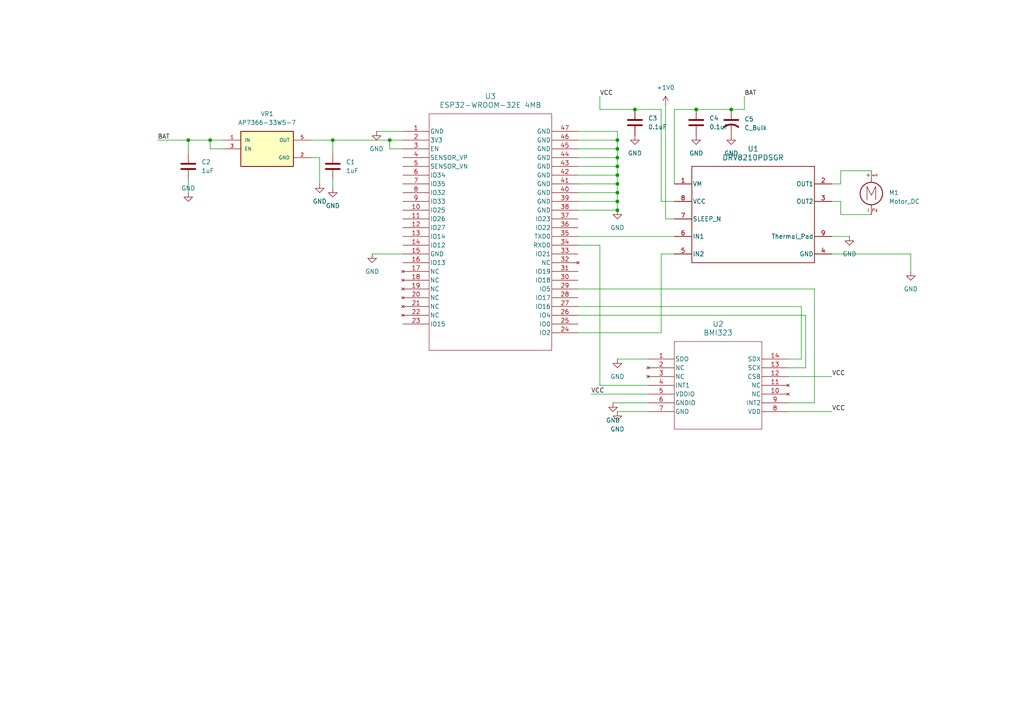
<source format=kicad_sch>
(kicad_sch (version 20250114) (generator "eeschema") (generator_version "9.0")
  (paper "A4")
  (lib_symbols
    (symbol "2025-09-23_20-21-05:DRV8210PDSGR" (pin_names (offset 0.254))
      (property "Reference" "U" (at -22.86 10.16 0))
      (property "Value" "DRV8210PDSGR" (at -22.86 7.62 0))
      (symbol "DRV8210PDSGR_0_1"
        (polyline (pts (xy -17.78 12.7) (xy -17.78 -15.24)) (stroke (width 0.2032)))
        (polyline (pts (xy -17.78 -15.24) (xy 17.78 -15.24)) (stroke (width 0.2032)))
        (polyline (pts (xy 17.78 12.7) (xy -17.78 12.7)) (stroke (width 0.2032)))
        (polyline (pts (xy 17.78 -15.24) (xy 17.78 12.7)) (stroke (width 0.2032)))
        (pin power_in line (at -22.86 7.62 0) (length 5.08) (name "VM") (number "1"))
        (pin power_in line (at -22.86 2.54 0) (length 5.08) (name "VCC") (number "8"))
        (pin input line (at -22.86 -2.54 0) (length 5.08) (name "SLEEP_N") (number "7"))
        (pin input line (at -22.86 -7.62 0) (length 5.08) (name "IN1") (number "6"))
        (pin input line (at -22.86 -12.7 0) (length 5.08) (name "IN2") (number "5"))
        (pin output line (at 22.86 7.62 180) (length 5.08) (name "OUT1") (number "2"))
        (pin output line (at 22.86 2.54 180) (length 5.08) (name "OUT2") (number "3"))
        (pin power_in line (at 22.86 -7.62 180) (length 5.08) (name "Thermal_Pad") (number "9"))
        (pin power_in line (at 22.86 -12.7 180) (length 5.08) (name "GND") (number "4"))
      )
    )
    (symbol "2025-09-26_21-40-56:ESP32-WROOM-32E_4MB" (pin_names (offset 0.254))
      (property "Reference" "U" (at 0 36.83 0))
      (property "Value" "ESP32-WROOM-32E 4MB" (at 0 34.29 0))
      (symbol "ESP32-WROOM-32E_4MB_0_1"
        (polyline (pts (xy -17.78 31.75) (xy -17.78 -36.83)) (stroke (width 0.127)))
        (polyline (pts (xy -17.78 -36.83) (xy 17.78 -36.83)) (stroke (width 0.127)))
        (polyline (pts (xy 17.78 31.75) (xy -17.78 31.75)) (stroke (width 0.127)))
        (polyline (pts (xy 17.78 -36.83) (xy 17.78 31.75)) (stroke (width 0.127)))
        (pin power_out line (at -25.4 26.67 0) (length 7.62) (name "GND") (number "1"))
        (pin power_in line (at -25.4 24.13 0) (length 7.62) (name "3V3") (number "2"))
        (pin input line (at -25.4 21.59 0) (length 7.62) (name "EN") (number "3"))
        (pin input line (at -25.4 19.05 0) (length 7.62) (name "SENSOR_VP") (number "4"))
        (pin input line (at -25.4 16.51 0) (length 7.62) (name "SENSOR_VN") (number "5"))
        (pin input line (at -25.4 13.97 0) (length 7.62) (name "IO34") (number "6"))
        (pin input line (at -25.4 11.43 0) (length 7.62) (name "IO35") (number "7"))
        (pin bidirectional line (at -25.4 8.89 0) (length 7.62) (name "IO32") (number "8"))
        (pin bidirectional line (at -25.4 6.35 0) (length 7.62) (name "IO33") (number "9"))
        (pin bidirectional line (at -25.4 3.81 0) (length 7.62) (name "IO25") (number "10"))
        (pin bidirectional line (at -25.4 1.27 0) (length 7.62) (name "IO26") (number "11"))
        (pin bidirectional line (at -25.4 -1.27 0) (length 7.62) (name "IO27") (number "12"))
        (pin bidirectional line (at -25.4 -3.81 0) (length 7.62) (name "IO14") (number "13"))
        (pin bidirectional line (at -25.4 -6.35 0) (length 7.62) (name "IO12") (number "14"))
        (pin power_out line (at -25.4 -8.89 0) (length 7.62) (name "GND") (number "15"))
        (pin bidirectional line (at -25.4 -11.43 0) (length 7.62) (name "IO13") (number "16"))
        (pin no_connect line (at -25.4 -13.97 0) (length 7.62) (name "NC") (number "17"))
        (pin no_connect line (at -25.4 -16.51 0) (length 7.62) (name "NC") (number "18"))
        (pin no_connect line (at -25.4 -19.05 0) (length 7.62) (name "NC") (number "19"))
        (pin no_connect line (at -25.4 -21.59 0) (length 7.62) (name "NC") (number "20"))
        (pin no_connect line (at -25.4 -24.13 0) (length 7.62) (name "NC") (number "21"))
        (pin no_connect line (at -25.4 -26.67 0) (length 7.62) (name "NC") (number "22"))
        (pin bidirectional line (at -25.4 -29.21 0) (length 7.62) (name "IO15") (number "23"))
        (pin power_out line (at 25.4 26.67 180) (length 7.62) (name "GND") (number "47"))
        (pin power_out line (at 25.4 24.13 180) (length 7.62) (name "GND") (number "46"))
        (pin power_out line (at 25.4 21.59 180) (length 7.62) (name "GND") (number "45"))
        (pin power_out line (at 25.4 19.05 180) (length 7.62) (name "GND") (number "44"))
        (pin power_out line (at 25.4 16.51 180) (length 7.62) (name "GND") (number "43"))
        (pin power_out line (at 25.4 13.97 180) (length 7.62) (name "GND") (number "42"))
        (pin power_out line (at 25.4 11.43 180) (length 7.62) (name "GND") (number "41"))
        (pin power_out line (at 25.4 8.89 180) (length 7.62) (name "GND") (number "40"))
        (pin power_out line (at 25.4 6.35 180) (length 7.62) (name "GND") (number "39"))
        (pin power_out line (at 25.4 3.81 180) (length 7.62) (name "GND") (number "38"))
        (pin bidirectional line (at 25.4 1.27 180) (length 7.62) (name "IO23") (number "37"))
        (pin bidirectional line (at 25.4 -1.27 180) (length 7.62) (name "IO22") (number "36"))
        (pin bidirectional line (at 25.4 -3.81 180) (length 7.62) (name "TXD0") (number "35"))
        (pin bidirectional line (at 25.4 -6.35 180) (length 7.62) (name "RXD0") (number "34"))
        (pin bidirectional line (at 25.4 -8.89 180) (length 7.62) (name "IO21") (number "33"))
        (pin no_connect line (at 25.4 -11.43 180) (length 7.62) (name "NC") (number "32"))
        (pin bidirectional line (at 25.4 -13.97 180) (length 7.62) (name "IO19") (number "31"))
        (pin bidirectional line (at 25.4 -16.51 180) (length 7.62) (name "IO18") (number "30"))
        (pin bidirectional line (at 25.4 -19.05 180) (length 7.62) (name "IO5") (number "29"))
        (pin bidirectional line (at 25.4 -21.59 180) (length 7.62) (name "IO17") (number "28"))
        (pin bidirectional line (at 25.4 -24.13 180) (length 7.62) (name "IO16") (number "27"))
        (pin bidirectional line (at 25.4 -26.67 180) (length 7.62) (name "IO4") (number "26"))
        (pin bidirectional line (at 25.4 -29.21 180) (length 7.62) (name "IO0") (number "25"))
        (pin bidirectional line (at 25.4 -31.75 180) (length 7.62) (name "IO2") (number "24"))
      )
    )
    (symbol "AP7366-33W5-7:AP7366-33W5-7" (pin_names (offset 1.016))
      (property "Reference" "VR" (at -7.62 6.35 0))
      (property "Value" "AP7366-33W5-7" (at -7.62 -6.35 0))
      (symbol "AP7366-33W5-7_0_0"
        (rectangle (start -7.62 -5.08) (end 7.62 5.08) (stroke (width 0.254)) (fill (type background)))
        (pin input line (at -12.7 2.54 0) (length 5.08) (name "IN") (number "1"))
        (pin input line (at -12.7 0 0) (length 5.08) (name "EN") (number "3"))
        (pin output line (at 12.7 2.54 180) (length 5.08) (name "OUT") (number "5"))
        (pin power_in line (at 12.7 -2.54 180) (length 5.08) (name "GND") (number "2"))
      )
    )
    (symbol "BMI323:BMI323" (pin_names (offset 0.254))
      (property "Reference" "U" (at 0 17.78 0))
      (property "Value" "BMI323" (at 0 15.24 0))
      (symbol "BMI323_0_1"
        (polyline (pts (xy -12.7 12.7) (xy -12.7 -12.7)) (stroke (width 0.127)))
        (polyline (pts (xy -12.7 -12.7) (xy 12.7 -12.7)) (stroke (width 0.127)))
        (polyline (pts (xy 12.7 12.7) (xy -12.7 12.7)) (stroke (width 0.127)))
        (polyline (pts (xy 12.7 -12.7) (xy 12.7 12.7)) (stroke (width 0.127)))
        (pin bidirectional line (at -20.32 7.62 0) (length 7.62) (name "SDO") (number "1"))
        (pin no_connect line (at -20.32 5.08 0) (length 7.62) (name "NC") (number "2"))
        (pin no_connect line (at -20.32 2.54 0) (length 7.62) (name "NC") (number "3"))
        (pin bidirectional line (at -20.32 0 0) (length 7.62) (name "INT1") (number "4"))
        (pin power_in line (at -20.32 -2.54 0) (length 7.62) (name "VDDIO") (number "5"))
        (pin power_out line (at -20.32 -5.08 0) (length 7.62) (name "GNDIO") (number "6"))
        (pin power_out line (at -20.32 -7.62 0) (length 7.62) (name "GND") (number "7"))
        (pin bidirectional line (at 20.32 7.62 180) (length 7.62) (name "SDX") (number "14"))
        (pin input line (at 20.32 5.08 180) (length 7.62) (name "SCX") (number "13"))
        (pin input line (at 20.32 2.54 180) (length 7.62) (name "CSB") (number "12"))
        (pin no_connect line (at 20.32 0 180) (length 7.62) (name "NC") (number "11"))
        (pin no_connect line (at 20.32 -2.54 180) (length 7.62) (name "NC") (number "10"))
        (pin bidirectional line (at 20.32 -5.08 180) (length 7.62) (name "INT2") (number "9"))
        (pin power_in line (at 20.32 -7.62 180) (length 7.62) (name "VDD") (number "8"))
      )
    )
    (symbol "Device:C" (pin_numbers (hide yes)) (pin_names (offset 0.254))
      (property "Reference" "C" (at 0.635 2.54 0))
      (property "Value" "C" (at 0.635 -2.54 0))
      (symbol "C_0_1"
        (polyline (pts (xy -2.032 0.762) (xy 2.032 0.762)) (stroke (width 0.508)))
        (polyline (pts (xy -2.032 -0.762) (xy 2.032 -0.762)) (stroke (width 0.508)))
      )
      (symbol "C_1_1"
        (pin passive line (at 0 3.81 270) (length 2.794) (name "~") (number "1"))
        (pin passive line (at 0 -3.81 90) (length 2.794) (name "~") (number "2"))
      )
    )
    (symbol "Device:C_US" (pin_numbers (hide yes)) (pin_names (offset 0.254) (hide yes))
      (property "Reference" "C" (at 0.635 2.54 0))
      (property "Value" "C_US" (at 0.635 -2.54 0))
      (symbol "C_US_0_1"
        (polyline (pts (xy -2.032 0.762) (xy 2.032 0.762)) (stroke (width 0.508)))
        (arc (start -2.032 -1.27) (mid 0 -0.5572) (end 2.032 -1.27) (stroke (width 0.508)))
      )
      (symbol "C_US_1_1"
        (pin passive line (at 0 3.81 270) (length 2.794) (name "~") (number "1"))
        (pin passive line (at 0 -3.81 90) (length 3.302) (name "~") (number "2"))
      )
    )
    (symbol "Motor:Motor_DC" (pin_names (offset 0))
      (property "Reference" "M" (at 2.54 2.54 0))
      (property "Value" "Motor_DC" (at 2.54 -5.08 0))
      (symbol "Motor_DC_0_0"
        (polyline (pts (xy -1.27 -3.302) (xy -1.27 0.508) (xy 0 -2.032) (xy 1.27 0.508) (xy 1.27 -3.302)))
      )
      (symbol "Motor_DC_0_1"
        (polyline (pts (xy 0 2.032) (xy 0 2.54)))
        (polyline (pts (xy 0 1.7272) (xy 0 2.0828)))
        (circle (center 0 -1.524) (radius 3.2512) (stroke (width 0.254)))
        (polyline (pts (xy 0 -4.7752) (xy 0 -5.1816)))
        (polyline (pts (xy 0 -7.62) (xy 0 -7.112)))
      )
      (symbol "Motor_DC_1_1"
        (pin passive line (at 0 5.08 270) (length 2.54) (name "+") (number "1"))
        (pin passive line (at 0 -7.62 90) (length 2.54) (name "-") (number "2"))
      )
    )
    (symbol "power:+1V0" (power) (pin_numbers (hide yes)) (pin_names (offset 0) (hide yes))
      (property "Value" "+1V0" (at 0 3.556 0))
      (symbol "+1V0_0_1"
        (polyline (pts (xy -0.762 1.27) (xy 0 2.54)))
        (polyline (pts (xy 0 2.54) (xy 0.762 1.27)))
        (polyline (pts (xy 0 0) (xy 0 2.54)))
      )
      (symbol "+1V0_1_1"
        (pin power_in line (at 0 0 90) (length 0) (name "~") (number "1"))
      )
    )
    (symbol "power:GND" (power) (pin_numbers (hide yes)) (pin_names (offset 0) (hide yes))
      (property "Value" "GND" (at 0 -3.81 0))
      (symbol "GND_0_1"
        (polyline (pts (xy 0 0) (xy 0 -1.27) (xy 1.27 -1.27) (xy 0 -2.54) (xy -1.27 -1.27) (xy 0 -1.27)))
      )
      (symbol "GND_1_1"
        (pin power_in line (at 0 0 270) (length 0) (name "~") (number "1"))
      )
    )
  )
  (junction (at 179.07 58.42))
  (junction (at 179.07 48.26))
  (junction (at 179.07 45.72))
  (junction (at 179.07 43.18))
  (junction (at 179.07 40.64))
  (junction (at 179.07 53.34))
  (junction (at 60.96 40.64))
  (junction (at 179.07 55.88))
  (junction (at 54.61 40.64))
  (junction (at 201.93 31.75))
  (junction (at 96.52 40.64))
  (junction (at 179.07 60.96))
  (junction (at 113.03 40.64))
  (junction (at 184.15 31.75))
  (junction (at 212.09 31.75))
  (junction (at 179.07 50.8))
  (wire (pts (xy 173.99 71.12) (xy 173.99 111.76)))
  (wire (pts (xy 179.07 45.72) (xy 179.07 48.26)))
  (wire (pts (xy 92.71 53.34) (xy 92.71 45.72)))
  (wire (pts (xy 167.64 91.44) (xy 233.68 91.44)))
  (wire (pts (xy 191.77 58.42) (xy 195.58 58.42)))
  (wire (pts (xy 212.09 31.75) (xy 215.9 31.75)))
  (wire (pts (xy 167.64 83.82) (xy 236.22 83.82)))
  (wire (pts (xy 177.8 116.84) (xy 187.96 116.84)))
  (wire (pts (xy 167.64 55.88) (xy 179.07 55.88)))
  (wire (pts (xy 228.6 119.38) (xy 241.3 119.38)))
  (wire (pts (xy 241.3 53.34) (xy 243.84 53.34)))
  (wire (pts (xy 90.17 45.72) (xy 92.71 45.72)))
  (wire (pts (xy 173.99 31.75) (xy 184.15 31.75)))
  (wire (pts (xy 228.6 109.22) (xy 241.3 109.22)))
  (wire (pts (xy 179.07 38.1) (xy 179.07 40.64)))
  (wire (pts (xy 167.64 50.8) (xy 179.07 50.8)))
  (wire (pts (xy 243.84 62.23) (xy 252.73 62.23)))
  (wire (pts (xy 232.41 104.14) (xy 228.6 104.14)))
  (wire (pts (xy 243.84 58.42) (xy 243.84 62.23)))
  (wire (pts (xy 179.07 43.18) (xy 179.07 45.72)))
  (wire (pts (xy 179.07 58.42) (xy 179.07 60.96)))
  (wire (pts (xy 236.22 116.84) (xy 228.6 116.84)))
  (wire (pts (xy 54.61 40.64) (xy 54.61 44.45)))
  (wire (pts (xy 215.9 27.94) (xy 215.9 31.75)))
  (wire (pts (xy 167.64 68.58) (xy 195.58 68.58)))
  (wire (pts (xy 109.22 38.1) (xy 116.84 38.1)))
  (wire (pts (xy 167.64 88.9) (xy 232.41 88.9)))
  (wire (pts (xy 113.03 43.18) (xy 116.84 43.18)))
  (wire (pts (xy 264.16 73.66) (xy 264.16 78.74)))
  (wire (pts (xy 96.52 40.64) (xy 96.52 44.45)))
  (wire (pts (xy 54.61 52.07) (xy 54.61 55.88)))
  (wire (pts (xy 171.45 114.3) (xy 187.96 114.3)))
  (wire (pts (xy 96.52 52.07) (xy 96.52 54.61)))
  (wire (pts (xy 179.07 48.26) (xy 179.07 50.8)))
  (wire (pts (xy 90.17 40.64) (xy 96.52 40.64)))
  (wire (pts (xy 179.07 40.64) (xy 179.07 43.18)))
  (wire (pts (xy 195.58 31.75) (xy 201.93 31.75)))
  (wire (pts (xy 45.72 40.64) (xy 54.61 40.64)))
  (wire (pts (xy 243.84 53.34) (xy 243.84 49.53)))
  (wire (pts (xy 179.07 50.8) (xy 179.07 53.34)))
  (wire (pts (xy 60.96 40.64) (xy 64.77 40.64)))
  (wire (pts (xy 232.41 104.14) (xy 232.41 88.9)))
  (wire (pts (xy 193.04 30.48) (xy 193.04 63.5)))
  (wire (pts (xy 60.96 40.64) (xy 60.96 43.18)))
  (wire (pts (xy 233.68 106.68) (xy 228.6 106.68)))
  (wire (pts (xy 60.96 43.18) (xy 64.77 43.18)))
  (wire (pts (xy 236.22 83.82) (xy 236.22 116.84)))
  (wire (pts (xy 113.03 40.64) (xy 116.84 40.64)))
  (wire (pts (xy 173.99 27.94) (xy 173.99 31.75)))
  (wire (pts (xy 167.64 38.1) (xy 179.07 38.1)))
  (wire (pts (xy 113.03 40.64) (xy 113.03 43.18)))
  (wire (pts (xy 179.07 104.14) (xy 187.96 104.14)))
  (wire (pts (xy 96.52 40.64) (xy 113.03 40.64)))
  (wire (pts (xy 167.64 45.72) (xy 179.07 45.72)))
  (wire (pts (xy 241.3 73.66) (xy 264.16 73.66)))
  (wire (pts (xy 195.58 53.34) (xy 195.58 31.75)))
  (wire (pts (xy 54.61 40.64) (xy 60.96 40.64)))
  (wire (pts (xy 167.64 58.42) (xy 179.07 58.42)))
  (wire (pts (xy 173.99 111.76) (xy 187.96 111.76)))
  (wire (pts (xy 167.64 60.96) (xy 179.07 60.96)))
  (wire (pts (xy 167.64 96.52) (xy 191.77 96.52)))
  (wire (pts (xy 167.64 48.26) (xy 179.07 48.26)))
  (wire (pts (xy 107.95 73.66) (xy 116.84 73.66)))
  (wire (pts (xy 191.77 31.75) (xy 191.77 58.42)))
  (wire (pts (xy 167.64 71.12) (xy 173.99 71.12)))
  (wire (pts (xy 233.68 106.68) (xy 233.68 91.44)))
  (wire (pts (xy 191.77 73.66) (xy 195.58 73.66)))
  (wire (pts (xy 193.04 63.5) (xy 195.58 63.5)))
  (wire (pts (xy 179.07 53.34) (xy 179.07 55.88)))
  (wire (pts (xy 179.07 119.38) (xy 187.96 119.38)))
  (wire (pts (xy 167.64 43.18) (xy 179.07 43.18)))
  (wire (pts (xy 167.64 53.34) (xy 179.07 53.34)))
  (wire (pts (xy 241.3 58.42) (xy 243.84 58.42)))
  (wire (pts (xy 243.84 49.53) (xy 252.73 49.53)))
  (wire (pts (xy 184.15 31.75) (xy 191.77 31.75)))
  (wire (pts (xy 241.3 68.58) (xy 246.38 68.58)))
  (wire (pts (xy 201.93 31.75) (xy 212.09 31.75)))
  (wire (pts (xy 179.07 55.88) (xy 179.07 58.42)))
  (wire (pts (xy 191.77 96.52) (xy 191.77 73.66)))
  (wire (pts (xy 167.64 40.64) (xy 179.07 40.64)))
  (label "VCC" (at 241.3 109.22 0))
  (label "BAT" (at 45.72 40.64 0))
  (label "BAT" (at 215.9 27.94 0))
  (label "VCC" (at 241.3 119.38 0))
  (label "VCC" (at 171.45 114.3 0))
  (label "VCC" (at 173.99 27.94 0))
  (symbol (lib_id "power:GND") (at 107.95 73.66 0) (unit 1)
    (property "Reference" "#PWR015" (effects (hide yes)))
    (property "Value" "GND" (at 107.95 78.74 0))
    (property "Description" "Power symbol creates a global label with name \"GND\" , ground" (effects (hide yes)))
  )
  (symbol (lib_id "BMI323:BMI323") (at 208.28 111.76 0) (unit 1)
    (property "Reference" "U2" (at 208.28 93.98 0) (effects (font (size 1.524 1.524))))
    (property "Value" "BMI323" (at 208.28 96.52 0) (effects (font (size 1.524 1.524))))
    (property "Footprint" "Bosch_IMU_footprints:BMI323_BOS" (effects (hide yes)))
    (property "Datasheet" "BMI323" (effects (hide yes)))
  )
  (symbol (lib_id "Device:C") (at 184.15 35.56 0) (unit 1)
    (property "Reference" "C3" (at 187.96 34.2899 0) (effects (justify left)))
    (property "Value" "0.1uF" (at 187.96 36.8299 0) (effects (justify left)))
    (property "Footprint" "Capacitor_SMD:C_0603_1608Metric" (effects (hide yes)))
    (property "Description" "Unpolarized capacitor" (effects (hide yes)))
  )
  (symbol (lib_id "Device:C") (at 201.93 35.56 0) (unit 1)
    (property "Reference" "C4" (at 205.74 34.2899 0) (effects (justify left)))
    (property "Value" "0.1uF" (at 205.74 36.8299 0) (effects (justify left)))
    (property "Footprint" "Capacitor_SMD:C_0603_1608Metric" (effects (hide yes)))
    (property "Description" "Unpolarized capacitor" (effects (hide yes)))
  )
  (symbol (lib_id "power:GND") (at 212.09 39.37 0) (unit 1)
    (property "Reference" "#PWR08" (effects (hide yes)))
    (property "Value" "GND" (at 212.09 44.45 0))
    (property "Description" "Power symbol creates a global label with name \"GND\" , ground" (effects (hide yes)))
  )
  (symbol (lib_id "power:+1V0") (at 193.04 30.48 0) (unit 1)
    (property "Reference" "#PWR04" (effects (hide yes)))
    (property "Value" "+1V0" (at 193.04 25.4 0))
    (property "Description" "Power symbol creates a global label with name \"+1V0\"" (effects (hide yes)))
  )
  (symbol (lib_id "power:GND") (at 264.16 78.74 0) (unit 1)
    (property "Reference" "#PWR05" (effects (hide yes)))
    (property "Value" "GND" (at 264.16 83.82 0))
    (property "Description" "Power symbol creates a global label with name \"GND\" , ground" (effects (hide yes)))
  )
  (symbol (lib_id "power:GND") (at 179.07 60.96 0) (unit 1)
    (property "Reference" "#PWR013" (effects (hide yes)))
    (property "Value" "GND" (at 179.07 66.04 0))
    (property "Description" "Power symbol creates a global label with name \"GND\" , ground" (effects (hide yes)))
  )
  (symbol (lib_id "power:GND") (at 92.71 53.34 0) (unit 1)
    (property "Reference" "#PWR03" (effects (hide yes)))
    (property "Value" "GND" (at 92.71 58.42 0))
    (property "Description" "Power symbol creates a global label with name \"GND\" , ground" (effects (hide yes)))
  )
  (symbol (lib_id "power:GND") (at 179.07 119.38 0) (unit 1)
    (property "Reference" "#PWR011" (effects (hide yes)))
    (property "Value" "GND" (at 179.07 124.46 0))
    (property "Description" "Power symbol creates a global label with name \"GND\" , ground" (effects (hide yes)))
  )
  (symbol (lib_id "Device:C") (at 54.61 48.26 0) (unit 1)
    (property "Reference" "C2" (at 58.42 46.9899 0) (effects (justify left)))
    (property "Value" "1uF" (at 58.42 49.5299 0) (effects (justify left)))
    (property "Footprint" "Capacitor_SMD:C_0603_1608Metric" (effects (hide yes)))
    (property "Description" "Unpolarized capacitor" (effects (hide yes)))
  )
  (symbol (lib_id "Device:C") (at 96.52 48.26 0) (unit 1)
    (property "Reference" "C1" (at 100.33 46.9899 0) (effects (justify left)))
    (property "Value" "1uF" (at 100.33 49.5299 0) (effects (justify left)))
    (property "Footprint" "Capacitor_SMD:C_0603_1608Metric" (effects (hide yes)))
    (property "Description" "Unpolarized capacitor" (effects (hide yes)))
  )
  (symbol (lib_id "power:GND") (at 54.61 55.88 0) (unit 1)
    (property "Reference" "#PWR01" (effects (hide yes)))
    (property "Value" "GND" (at 54.61 54.61 0))
    (property "Description" "Power symbol creates a global label with name \"GND\" , ground" (effects (hide yes)))
  )
  (symbol (lib_id "power:GND") (at 179.07 104.14 0) (unit 1)
    (property "Reference" "#PWR010" (effects (hide yes)))
    (property "Value" "GND" (at 179.07 109.22 0))
    (property "Description" "Power symbol creates a global label with name \"GND\" , ground" (effects (hide yes)))
  )
  (symbol (lib_id "2025-09-26_21-40-56:ESP32-WROOM-32E_4MB") (at 142.24 64.77 0) (unit 1)
    (property "Reference" "U3" (at 142.24 27.94 0) (effects (font (size 1.524 1.524))))
    (property "Value" "ESP32-WROOM-32E 4MB" (at 142.24 30.48 0) (effects (font (size 1.524 1.524))))
    (property "Footprint" "ESP32footprints:ESP32­WROOM­32E_EXP" (effects (hide yes)))
    (property "Datasheet" "ESP32-WROOM-32E 4MB" (effects (hide yes)))
  )
  (symbol (lib_id "2025-09-23_20-21-05:DRV8210PDSGR") (at 218.44 60.96 0) (unit 1)
    (property "Reference" "U1" (at 218.44 43.18 0) (effects (font (size 1.524 1.524))))
    (property "Value" "DRV8210PDSGR" (at 218.44 45.72 0) (effects (font (size 1.524 1.524))))
    (property "Footprint" "DRV8210PDSGRfootprints:BMI323_BOS" (effects (hide yes)))
    (property "Datasheet" "https://www.ti.com/lit/gpn/drv8210p" (effects (hide yes)))
  )
  (symbol (lib_id "power:GND") (at 177.8 116.84 0) (unit 1)
    (property "Reference" "#PWR012" (effects (hide yes)))
    (property "Value" "GND" (at 177.8 121.92 0))
    (property "Description" "Power symbol creates a global label with name \"GND\" , ground" (effects (hide yes)))
  )
  (symbol (lib_id "power:GND") (at 201.93 39.37 0) (unit 1)
    (property "Reference" "#PWR07" (effects (hide yes)))
    (property "Value" "GND" (at 201.93 44.45 0))
    (property "Description" "Power symbol creates a global label with name \"GND\" , ground" (effects (hide yes)))
  )
  (symbol (lib_id "AP7366-33W5-7:AP7366-33W5-7") (at 77.47 43.18 0) (unit 1)
    (property "Reference" "VR1" (at 77.47 33.02 0))
    (property "Value" "AP7366-33W5-7" (at 77.47 35.56 0))
    (property "Footprint" "AP7366_33W5_7:SOT95P285X140-5N" (effects (hide yes)))
    (property "PARTREV" "1-2" (effects (hide yes)))
    (property "MANUFACTURER" "DIODES" (effects (hide yes)))
    (property "MAXIMUM_PACKAGE_HEIGHT" "1.4 mm" (effects (hide yes)))
    (property "STANDARD" "IPC-7351B" (effects (hide yes)))
  )
  (symbol (lib_id "Motor:Motor_DC") (at 252.73 54.61 0) (unit 1)
    (property "Reference" "M1" (at 257.81 55.8799 0) (effects (justify left)))
    (property "Value" "Motor_DC" (at 257.81 58.4199 0) (effects (justify left)))
    (property "Description" "DC Motor" (effects (hide yes)))
  )
  (symbol (lib_id "power:GND") (at 246.38 68.58 0) (unit 1)
    (property "Reference" "#PWR09" (effects (hide yes)))
    (property "Value" "GND" (at 246.38 73.66 0))
    (property "Description" "Power symbol creates a global label with name \"GND\" , ground" (effects (hide yes)))
  )
  (symbol (lib_id "Device:C_US") (at 212.09 35.56 0) (unit 1)
    (property "Reference" "C5" (at 215.9 34.5439 0) (effects (justify left)))
    (property "Value" "C_Bulk" (at 215.9 37.0839 0) (effects (justify left)))
    (property "Description" "capacitor, US symbol" (effects (hide yes)))
  )
  (symbol (lib_id "power:GND") (at 96.52 54.61 0) (unit 1)
    (property "Reference" "#PWR02" (effects (hide yes)))
    (property "Value" "GND" (at 96.52 59.69 0))
    (property "Description" "Power symbol creates a global label with name \"GND\" , ground" (effects (hide yes)))
  )
  (symbol (lib_id "power:GND") (at 184.15 39.37 0) (unit 1)
    (property "Reference" "#PWR06" (effects (hide yes)))
    (property "Value" "GND" (at 184.15 44.45 0))
    (property "Description" "Power symbol creates a global label with name \"GND\" , ground" (effects (hide yes)))
  )
  (symbol (lib_id "power:GND") (at 109.22 38.1 0) (unit 1)
    (property "Reference" "#PWR014" (effects (hide yes)))
    (property "Value" "GND" (at 109.22 43.18 0))
    (property "Description" "Power symbol creates a global label with name \"GND\" , ground" (effects (hide yes)))
  )
)
</source>
